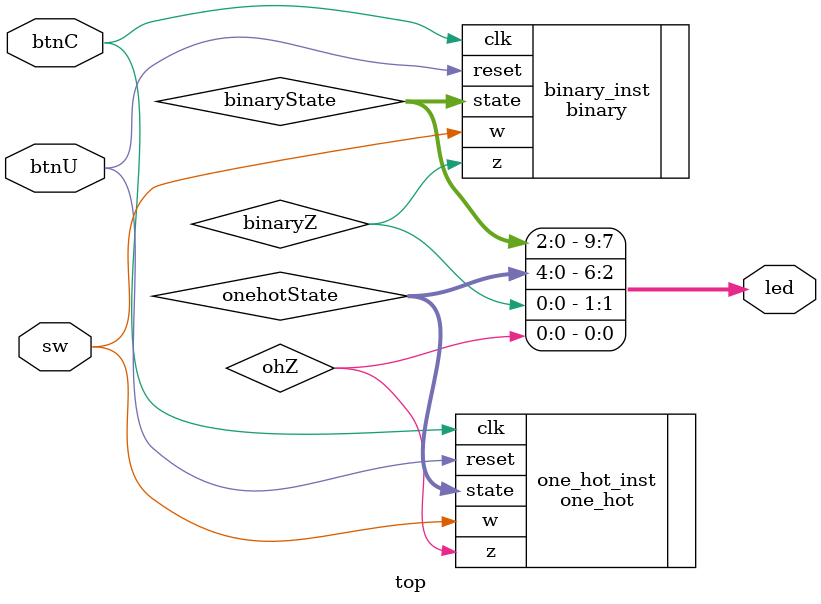
<source format=v>
module top(
    input sw, // w
    output [9:0] led, // see IO table
    input btnC, // clk
    input btnU // reset
);

    wire ohZ, binaryZ;
    wire [4:0] onehotState;
    wire [2:0] binaryState;

    one_hot one_hot_inst(
        .w(sw),
        .clk(btnC),
        .reset(btnU),
        .z(ohZ),
        .state(onehotState)
    );
 
    binary binary_inst(
        .w(sw),
        .clk(btnC),
        .reset(btnU),
        .z(binaryZ),
        .state(binaryState)
    );
    
    assign led[0] = ohZ;
    assign led[1] = binaryZ;
    assign led[6:2] = onehotState;
    assign led[9:7] = binaryState;

endmodule
</source>
